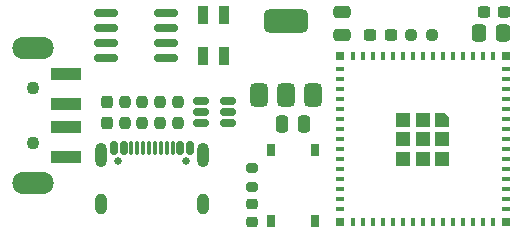
<source format=gbr>
%TF.GenerationSoftware,KiCad,Pcbnew,9.0.7*%
%TF.CreationDate,2026-02-09T14:49:56+01:00*%
%TF.ProjectId,usb-dmx,7573622d-646d-4782-9e6b-696361645f70,1.3*%
%TF.SameCoordinates,Original*%
%TF.FileFunction,Soldermask,Top*%
%TF.FilePolarity,Negative*%
%FSLAX46Y46*%
G04 Gerber Fmt 4.6, Leading zero omitted, Abs format (unit mm)*
G04 Created by KiCad (PCBNEW 9.0.7) date 2026-02-09 14:49:56*
%MOMM*%
%LPD*%
G01*
G04 APERTURE LIST*
G04 Aperture macros list*
%AMRoundRect*
0 Rectangle with rounded corners*
0 $1 Rounding radius*
0 $2 $3 $4 $5 $6 $7 $8 $9 X,Y pos of 4 corners*
0 Add a 4 corners polygon primitive as box body*
4,1,4,$2,$3,$4,$5,$6,$7,$8,$9,$2,$3,0*
0 Add four circle primitives for the rounded corners*
1,1,$1+$1,$2,$3*
1,1,$1+$1,$4,$5*
1,1,$1+$1,$6,$7*
1,1,$1+$1,$8,$9*
0 Add four rect primitives between the rounded corners*
20,1,$1+$1,$2,$3,$4,$5,0*
20,1,$1+$1,$4,$5,$6,$7,0*
20,1,$1+$1,$6,$7,$8,$9,0*
20,1,$1+$1,$8,$9,$2,$3,0*%
%AMOutline5P*
0 Free polygon, 5 corners , with rotation*
0 The origin of the aperture is its center*
0 number of corners: always 5*
0 $1 to $10 corner X, Y*
0 $11 Rotation angle, in degrees counterclockwise*
0 create outline with 5 corners*
4,1,5,$1,$2,$3,$4,$5,$6,$7,$8,$9,$10,$1,$2,$11*%
%AMOutline6P*
0 Free polygon, 6 corners , with rotation*
0 The origin of the aperture is its center*
0 number of corners: always 6*
0 $1 to $12 corner X, Y*
0 $13 Rotation angle, in degrees counterclockwise*
0 create outline with 6 corners*
4,1,6,$1,$2,$3,$4,$5,$6,$7,$8,$9,$10,$11,$12,$1,$2,$13*%
%AMOutline7P*
0 Free polygon, 7 corners , with rotation*
0 The origin of the aperture is its center*
0 number of corners: always 7*
0 $1 to $14 corner X, Y*
0 $15 Rotation angle, in degrees counterclockwise*
0 create outline with 7 corners*
4,1,7,$1,$2,$3,$4,$5,$6,$7,$8,$9,$10,$11,$12,$13,$14,$1,$2,$15*%
%AMOutline8P*
0 Free polygon, 8 corners , with rotation*
0 The origin of the aperture is its center*
0 number of corners: always 8*
0 $1 to $16 corner X, Y*
0 $17 Rotation angle, in degrees counterclockwise*
0 create outline with 8 corners*
4,1,8,$1,$2,$3,$4,$5,$6,$7,$8,$9,$10,$11,$12,$13,$14,$15,$16,$1,$2,$17*%
G04 Aperture macros list end*
%ADD10O,3.500000X1.900000*%
%ADD11R,2.500000X1.100000*%
%ADD12C,1.100000*%
%ADD13RoundRect,0.237500X0.250000X0.237500X-0.250000X0.237500X-0.250000X-0.237500X0.250000X-0.237500X0*%
%ADD14R,0.400000X0.800000*%
%ADD15R,0.800000X0.400000*%
%ADD16Outline5P,-0.600000X0.204000X-0.204000X0.600000X0.600000X0.600000X0.600000X-0.600000X-0.600000X-0.600000X270.000000*%
%ADD17R,1.200000X1.200000*%
%ADD18R,0.800000X0.800000*%
%ADD19RoundRect,0.237500X0.237500X-0.250000X0.237500X0.250000X-0.237500X0.250000X-0.237500X-0.250000X0*%
%ADD20RoundRect,0.237500X0.300000X0.237500X-0.300000X0.237500X-0.300000X-0.237500X0.300000X-0.237500X0*%
%ADD21RoundRect,0.150000X-0.512500X-0.150000X0.512500X-0.150000X0.512500X0.150000X-0.512500X0.150000X0*%
%ADD22RoundRect,0.237500X-0.300000X-0.237500X0.300000X-0.237500X0.300000X0.237500X-0.300000X0.237500X0*%
%ADD23RoundRect,0.200000X-0.275000X0.200000X-0.275000X-0.200000X0.275000X-0.200000X0.275000X0.200000X0*%
%ADD24RoundRect,0.250000X0.250000X0.475000X-0.250000X0.475000X-0.250000X-0.475000X0.250000X-0.475000X0*%
%ADD25RoundRect,0.250000X-0.337500X-0.475000X0.337500X-0.475000X0.337500X0.475000X-0.337500X0.475000X0*%
%ADD26RoundRect,0.375000X0.375000X-0.625000X0.375000X0.625000X-0.375000X0.625000X-0.375000X-0.625000X0*%
%ADD27RoundRect,0.500000X1.400000X-0.500000X1.400000X0.500000X-1.400000X0.500000X-1.400000X-0.500000X0*%
%ADD28RoundRect,0.250000X-0.475000X0.250000X-0.475000X-0.250000X0.475000X-0.250000X0.475000X0.250000X0*%
%ADD29R,0.850000X1.600000*%
%ADD30RoundRect,0.237500X0.237500X-0.300000X0.237500X0.300000X-0.237500X0.300000X-0.237500X-0.300000X0*%
%ADD31C,0.650000*%
%ADD32RoundRect,0.150000X-0.150000X-0.425000X0.150000X-0.425000X0.150000X0.425000X-0.150000X0.425000X0*%
%ADD33RoundRect,0.075000X-0.075000X-0.500000X0.075000X-0.500000X0.075000X0.500000X-0.075000X0.500000X0*%
%ADD34O,1.000000X2.100000*%
%ADD35O,1.000000X1.800000*%
%ADD36R,0.750000X1.000000*%
%ADD37RoundRect,0.225000X-0.250000X0.225000X-0.250000X-0.225000X0.250000X-0.225000X0.250000X0.225000X0*%
%ADD38RoundRect,0.162500X0.825000X0.162500X-0.825000X0.162500X-0.825000X-0.162500X0.825000X-0.162500X0*%
G04 APERTURE END LIST*
D10*
%TO.C,J2*%
X94000000Y-61800000D03*
X94000000Y-73200000D03*
D11*
X96750000Y-64000000D03*
X96750000Y-66500000D03*
X96750000Y-68500000D03*
X96750000Y-71000000D03*
D12*
X94000000Y-65200000D03*
X94000000Y-69800000D03*
%TD*%
D13*
%TO.C,R3*%
X127812500Y-60650000D03*
X125987500Y-60650000D03*
%TD*%
D14*
%TO.C,U3*%
X132950000Y-62500000D03*
X132100000Y-62500000D03*
X131250000Y-62500000D03*
X130400000Y-62500000D03*
X129550000Y-62500000D03*
X128700000Y-62500000D03*
X127850000Y-62500000D03*
X127000000Y-62500000D03*
X126150000Y-62500000D03*
X125300000Y-62500000D03*
X124450000Y-62500000D03*
X123600000Y-62500000D03*
X122750000Y-62500000D03*
X121900000Y-62500000D03*
X121050000Y-62500000D03*
D15*
X120000000Y-63550000D03*
X120000000Y-64400000D03*
X120000000Y-65250000D03*
X120000000Y-66100000D03*
X120000000Y-66950000D03*
X120000000Y-67800000D03*
X120000000Y-68650000D03*
X120000000Y-69500000D03*
X120000000Y-70350000D03*
X120000000Y-71200000D03*
X120000000Y-72050000D03*
X120000000Y-72900000D03*
X120000000Y-73750000D03*
X120000000Y-74600000D03*
X120000000Y-75450000D03*
D14*
X121050000Y-76500000D03*
X121900000Y-76500000D03*
X122750000Y-76500000D03*
X123600000Y-76500000D03*
X124450000Y-76500000D03*
X125300000Y-76500000D03*
X126150000Y-76500000D03*
X127000000Y-76500000D03*
X127850000Y-76500000D03*
X128700000Y-76500000D03*
X129550000Y-76500000D03*
X130400000Y-76500000D03*
X131250000Y-76500000D03*
X132100000Y-76500000D03*
X132950000Y-76500000D03*
D15*
X134000000Y-75450000D03*
X134000000Y-74600000D03*
X134000000Y-73750000D03*
X134000000Y-72900000D03*
X134000000Y-72050000D03*
X134000000Y-71200000D03*
X134000000Y-70350000D03*
X134000000Y-69500000D03*
X134000000Y-68650000D03*
X134000000Y-67800000D03*
X134000000Y-66950000D03*
X134000000Y-66100000D03*
X134000000Y-65250000D03*
X134000000Y-64400000D03*
X134000000Y-63550000D03*
D16*
X128650000Y-67850000D03*
D17*
X127000000Y-67850000D03*
X125350000Y-67850000D03*
X128650000Y-69500000D03*
X127000000Y-69500000D03*
X125350000Y-69500000D03*
X128650000Y-71150000D03*
X127000000Y-71150000D03*
X125350000Y-71150000D03*
D18*
X134000000Y-62500000D03*
X120000000Y-62500000D03*
X120000000Y-76500000D03*
X134000000Y-76500000D03*
%TD*%
D19*
%TO.C,R5*%
X104750000Y-68162500D03*
X104750000Y-66337500D03*
%TD*%
D20*
%TO.C,C3*%
X124262500Y-60650000D03*
X122537500Y-60650000D03*
%TD*%
D21*
%TO.C,U4*%
X108250000Y-66250000D03*
X108250000Y-67200000D03*
X108250000Y-68150000D03*
X110525000Y-68150000D03*
X110525000Y-67200000D03*
X110525000Y-66250000D03*
%TD*%
D19*
%TO.C,R1*%
X101750000Y-68162500D03*
X101750000Y-66337500D03*
%TD*%
D22*
%TO.C,C4*%
X132137500Y-58750000D03*
X133862500Y-58750000D03*
%TD*%
D23*
%TO.C,R4*%
X112500000Y-71925000D03*
X112500000Y-73575000D03*
%TD*%
D24*
%TO.C,C2*%
X116950000Y-68250000D03*
X115050000Y-68250000D03*
%TD*%
D19*
%TO.C,R2*%
X106250000Y-68162500D03*
X106250000Y-66337500D03*
%TD*%
D25*
%TO.C,C7*%
X131712500Y-60500000D03*
X133787500Y-60500000D03*
%TD*%
D26*
%TO.C,U1*%
X113100000Y-65800000D03*
X115400000Y-65800000D03*
D27*
X115400000Y-59500000D03*
D26*
X117700000Y-65800000D03*
%TD*%
D28*
%TO.C,C1*%
X120150000Y-58750000D03*
X120150000Y-60650000D03*
%TD*%
D29*
%TO.C,D1*%
X108375000Y-62500000D03*
X110125000Y-62500000D03*
X110125000Y-59000000D03*
X108375000Y-59000000D03*
%TD*%
D19*
%TO.C,R6*%
X103250000Y-68162500D03*
X103250000Y-66337500D03*
%TD*%
D30*
%TO.C,C6*%
X100250000Y-68112500D03*
X100250000Y-66387500D03*
%TD*%
D31*
%TO.C,J1*%
X101180000Y-71320000D03*
X106960000Y-71320000D03*
D32*
X100870000Y-70245000D03*
X101670000Y-70245000D03*
D33*
X102820000Y-70245000D03*
X103820000Y-70245000D03*
X104320000Y-70245000D03*
X105320000Y-70245000D03*
D32*
X106470000Y-70245000D03*
X107270000Y-70245000D03*
X107270000Y-70245000D03*
X106470000Y-70245000D03*
D33*
X105820000Y-70245000D03*
X104820000Y-70245000D03*
X103320000Y-70245000D03*
X102320000Y-70245000D03*
D32*
X101670000Y-70245000D03*
X100870000Y-70245000D03*
D34*
X99750000Y-70820000D03*
D35*
X99750000Y-75000000D03*
D34*
X108390000Y-70820000D03*
D35*
X108390000Y-75000000D03*
%TD*%
D36*
%TO.C,SW2*%
X114150000Y-76400000D03*
X114150000Y-70400000D03*
X117900000Y-76400000D03*
X117900000Y-70400000D03*
%TD*%
D37*
%TO.C,C5*%
X112500000Y-74975000D03*
X112500000Y-76525000D03*
%TD*%
D38*
%TO.C,U5*%
X105287500Y-62655000D03*
X105287500Y-61385000D03*
X105287500Y-60115000D03*
X105287500Y-58845000D03*
X100212500Y-58845000D03*
X100212500Y-60115000D03*
X100212500Y-61385000D03*
X100212500Y-62655000D03*
%TD*%
M02*

</source>
